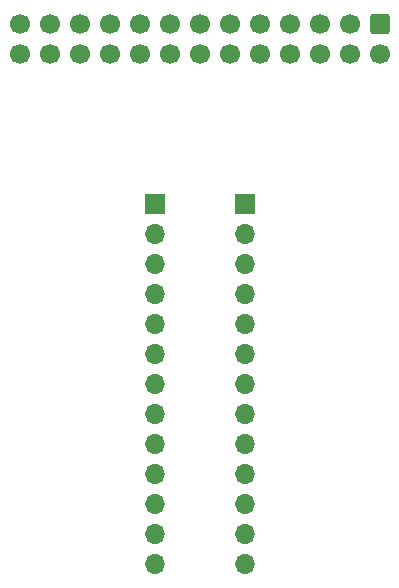
<source format=gbs>
%TF.GenerationSoftware,KiCad,Pcbnew,(6.0.2)*%
%TF.CreationDate,2022-02-16T12:22:25-06:00*%
%TF.ProjectId,BreadboardAdapter26,42726561-6462-46f6-9172-644164617074,rev?*%
%TF.SameCoordinates,Original*%
%TF.FileFunction,Soldermask,Bot*%
%TF.FilePolarity,Negative*%
%FSLAX46Y46*%
G04 Gerber Fmt 4.6, Leading zero omitted, Abs format (unit mm)*
G04 Created by KiCad (PCBNEW (6.0.2)) date 2022-02-16 12:22:25*
%MOMM*%
%LPD*%
G01*
G04 APERTURE LIST*
G04 Aperture macros list*
%AMRoundRect*
0 Rectangle with rounded corners*
0 $1 Rounding radius*
0 $2 $3 $4 $5 $6 $7 $8 $9 X,Y pos of 4 corners*
0 Add a 4 corners polygon primitive as box body*
4,1,4,$2,$3,$4,$5,$6,$7,$8,$9,$2,$3,0*
0 Add four circle primitives for the rounded corners*
1,1,$1+$1,$2,$3*
1,1,$1+$1,$4,$5*
1,1,$1+$1,$6,$7*
1,1,$1+$1,$8,$9*
0 Add four rect primitives between the rounded corners*
20,1,$1+$1,$2,$3,$4,$5,0*
20,1,$1+$1,$4,$5,$6,$7,0*
20,1,$1+$1,$6,$7,$8,$9,0*
20,1,$1+$1,$8,$9,$2,$3,0*%
G04 Aperture macros list end*
%ADD10RoundRect,0.250000X-0.600000X0.600000X-0.600000X-0.600000X0.600000X-0.600000X0.600000X0.600000X0*%
%ADD11C,1.700000*%
%ADD12R,1.700000X1.700000*%
%ADD13O,1.700000X1.700000*%
G04 APERTURE END LIST*
D10*
%TO.C,J1*%
X151130000Y-39370000D03*
D11*
X151130000Y-41910000D03*
X148590000Y-39370000D03*
X148590000Y-41910000D03*
X146050000Y-39370000D03*
X146050000Y-41910000D03*
X143510000Y-39370000D03*
X143510000Y-41910000D03*
X140970000Y-39370000D03*
X140970000Y-41910000D03*
X138430000Y-39370000D03*
X138430000Y-41910000D03*
X135890000Y-39370000D03*
X135890000Y-41910000D03*
X133350000Y-39370000D03*
X133350000Y-41910000D03*
X130810000Y-39370000D03*
X130810000Y-41910000D03*
X128270000Y-39370000D03*
X128270000Y-41910000D03*
X125730000Y-39370000D03*
X125730000Y-41910000D03*
X123190000Y-39370000D03*
X123190000Y-41910000D03*
X120650000Y-39370000D03*
X120650000Y-41910000D03*
%TD*%
D12*
%TO.C,J3*%
X139700000Y-54610000D03*
D13*
X139700000Y-57150000D03*
X139700000Y-59690000D03*
X139700000Y-62230000D03*
X139700000Y-64770000D03*
X139700000Y-67310000D03*
X139700000Y-69850000D03*
X139700000Y-72390000D03*
X139700000Y-74930000D03*
X139700000Y-77470000D03*
X139700000Y-80010000D03*
X139700000Y-82550000D03*
X139700000Y-85090000D03*
%TD*%
D12*
%TO.C,J2*%
X132080000Y-54610000D03*
D13*
X132080000Y-57150000D03*
X132080000Y-59690000D03*
X132080000Y-62230000D03*
X132080000Y-64770000D03*
X132080000Y-67310000D03*
X132080000Y-69850000D03*
X132080000Y-72390000D03*
X132080000Y-74930000D03*
X132080000Y-77470000D03*
X132080000Y-80010000D03*
X132080000Y-82550000D03*
X132080000Y-85090000D03*
%TD*%
M02*

</source>
